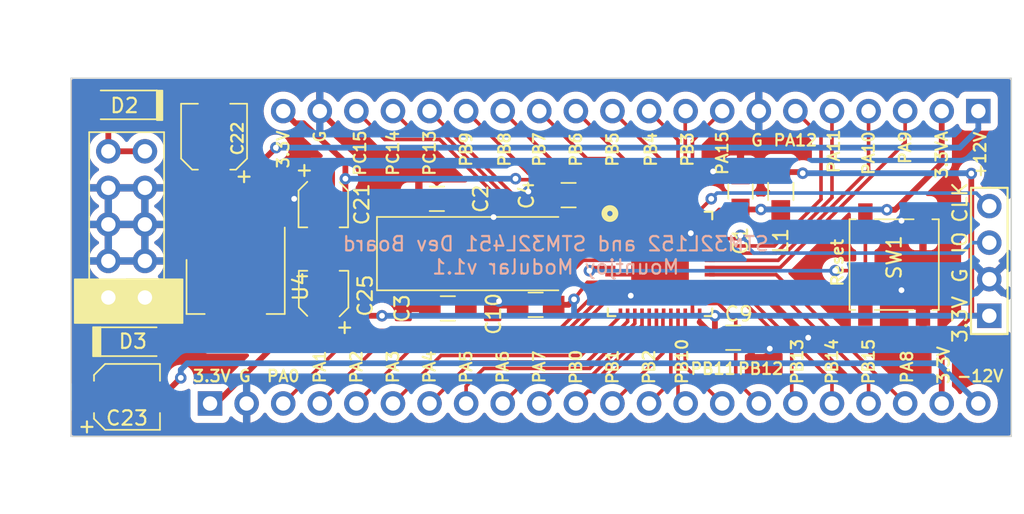
<source format=kicad_pcb>
(kicad_pcb (version 20221018) (generator pcbnew)
  (layers (0 "F.Cu" signal) (31 "B.Cu" signal) (34 "B.Paste" user) (35 "F.Paste" user) (36 "B.SilkS" user "B.Silkscreen") (37 "F.SilkS" user "F.Silkscreen") (38 "B.Mask" user) (39 "F.Mask" user) (44 "Edge.Cuts" user))
  (net 0 "")
  (net 1 "+3.3VA")
  (net 2 "GND")
  (net 3 "Net-(C2-Pad1)")
  (net 4 "Net-(C3-Pad1)")
  (net 5 "+3V3")
  (net 6 "VCC")
  (net 7 "VEE")
  (net 8 "+12V")
  (net 9 "-12V")
  (net 10 "SWCLK")
  (net 11 "SWDIO")
  (net 12 "Reset")
  (net 13 "Net-(U1-Pad44)")
  (net 14 "PC13")
  (net 15 "PC14")
  (net 16 "PC15")
  (net 17 "PB0")
  (net 18 "PB1")
  (net 19 "PB2")
  (net 20 "PB3")
  (net 21 "PB4")
  (net 22 "PB5")
  (net 23 "PB6")
  (net 24 "PB7")
  (net 25 "PB8")
  (net 26 "PB9")
  (net 27 "PB10")
  (net 28 "PB11")
  (net 29 "PB12")
  (net 30 "PB13")
  (net 31 "PB14")
  (net 32 "PB15")
  (net 33 "PA0")
  (net 34 "PA1")
  (net 35 "PA2")
  (net 36 "PA3")
  (net 37 "PA4")
  (net 38 "PA5")
  (net 39 "PA6")
  (net 40 "PA7")
  (net 41 "PA8")
  (net 42 "PA9")
  (net 43 "PA10")
  (net 44 "PA11")
  (net 45 "PA12")
  (net 46 "PA15")
  (net 47 "Net-(U1-Pad1)")
  (footprint "Capacitors_SMD:C_0805_HandSoldering" (layer "F.Cu") (at 189.23 134.62 90)
    (fp_text reference "C1" (at -3.429 0 90) (layer "F.SilkS"))
    (fp_text value "100nF")
    (pad "1" smd rect (at -1.25 0 90) (size 1.5 1.25) (layers "F.Cu" "F.Paste" "F.Mask") (net 1 "+3.3VA"))
    (pad "2" smd rect (at 1.25 0 90) (size 1.5 1.25) (layers "F.Cu" "F.Paste" "F.Mask") (net 2 "GND"))
  )
  (footprint "Capacitors_SMD:C_0805_HandSoldering" (layer "F.Cu") (at 168.148 135.128 180)
    (fp_text reference "C2" (at -3.048 0 90) (layer "F.SilkS"))
    (fp_text value "18pF")
    (pad "1" smd rect (at -1.25 0 180) (size 1.5 1.25) (layers "F.Cu" "F.Paste" "F.Mask") (net 3 "Net-(C2-Pad1)"))
    (pad "2" smd rect (at 1.25 0 180) (size 1.5 1.25) (layers "F.Cu" "F.Paste" "F.Mask") (net 2 "GND"))
  )
  (footprint "Capacitors_SMD:C_0805_HandSoldering" (layer "F.Cu") (at 177.292 134.874 180)
    (fp_text reference "C4" (at 2.921 0 90) (layer "F.SilkS"))
    (fp_text value "100nF")
    (pad "1" smd rect (at -1.25 0 180) (size 1.5 1.25) (layers "F.Cu" "F.Paste" "F.Mask") (net 5 "+3V3"))
    (pad "2" smd rect (at 1.25 0 180) (size 1.5 1.25) (layers "F.Cu" "F.Paste" "F.Mask") (net 2 "GND"))
  )
  (footprint "Capacitors_SMD:C_0805_HandSoldering" (layer "F.Cu") (at 188.722 144.78)
    (fp_text reference "C9" (at 0.381 -1.651) (layer "F.SilkS"))
    (fp_text value "100nF")
    (pad "1" smd rect (at -1.25 0) (size 1.5 1.25) (layers "F.Cu" "F.Paste" "F.Mask") (net 5 "+3V3"))
    (pad "2" smd rect (at 1.25 0) (size 1.5 1.25) (layers "F.Cu" "F.Paste" "F.Mask") (net 2 "GND"))
  )
  (footprint "Capacitors_SMD:C_0805_HandSoldering" (layer "F.Cu") (at 175.006 142.494 180)
    (fp_text reference "C10" (at 2.921 -0.635 90) (layer "F.SilkS"))
    (fp_text value "100nF")
    (pad "1" smd rect (at -1.25 0 180) (size 1.5 1.25) (layers "F.Cu" "F.Paste" "F.Mask") (net 5 "+3V3"))
    (pad "2" smd rect (at 1.25 0 180) (size 1.5 1.25) (layers "F.Cu" "F.Paste" "F.Mask") (net 2 "GND"))
  )
  (footprint "Capacitors_SMD:CP_Elec_3x5.3" (layer "F.Cu") (at 160.274 135.382 -90)
    (fp_text reference "C21" (at 0.127 -2.667 90) (layer "F.SilkS"))
    (fp_text value "10uF")
    (fp_text user "+" (at -2.22 1.4 90) (layer "F.SilkS"))
    (pad "1" smd rect (at -1.5 0 270) (size 2.2 1.6) (layers "F.Cu" "F.Paste" "F.Mask") (net 6 "VCC"))
    (pad "2" smd rect (at 1.5 0 270) (size 2.2 1.6) (layers "F.Cu" "F.Paste" "F.Mask") (net 2 "GND"))
  )
  (footprint "Capacitors_SMD:CP_Elec_3x5.3" (layer "F.Cu") (at 160.274 141.859 90)
    (fp_text reference "C25" (at 0 2.9 90) (layer "F.SilkS"))
    (fp_text value "10uF")
    (fp_text user "+" (at -2.22 1.4 90) (layer "F.SilkS"))
    (pad "1" smd rect (at -1.5 0 90) (size 2.2 1.6) (layers "F.Cu" "F.Paste" "F.Mask") (net 5 "+3V3"))
    (pad "2" smd rect (at 1.5 0 90) (size 2.2 1.6) (layers "F.Cu" "F.Paste" "F.Mask") (net 2 "GND"))
  )
  (footprint "Custom_Footprints:SWD_header" (layer "F.Cu") (at 206.502 143.256 90)
    (fp_text reference "J1" hide)
    (fp_text value "SWD_Header")
    (fp_text user "3.3V" (at -0.254 -2.032 90) (layer "F.SilkS"))
    (fp_text user "G" (at 2.794 -2.032 90) (layer "F.SilkS"))
    (fp_text user "CLK" (at 7.874 -2.032 90) (layer "F.SilkS"))
    (fp_text user "IO" (at 5.08 -2.032 90) (layer "F.SilkS"))
    (pad "1" thru_hole rect (at 0 0 90) (size 1.7 1.7) (drill 1) (layers "*.Cu" "*.Mask") (net 5 "+3V3"))
    (pad "2" thru_hole circle (at 2.54 0 90) (size 1.7 1.7) (drill 1) (layers "*.Cu" "*.Mask") (net 2 "GND"))
    (pad "3" thru_hole circle (at 5.08 0 90) (size 1.7 1.7) (drill 1) (layers "*.Cu" "*.Mask") (net 11 "SWDIO"))
    (pad "4" thru_hole circle (at 7.62 0 90) (size 1.7 1.7) (drill 1) (layers "*.Cu" "*.Mask") (net 10 "SWCLK"))
  )
  (footprint "Buttons_Switches_SMD:SW_SPST_EVPBF" (layer "F.Cu") (at 199.898 139.7 -90)
    (fp_text reference "SW1" (at -0.508 0 90) (layer "F.SilkS"))
    (fp_text value "SW_Push")
    (pad "1" smd rect (at -2.88 -2 270) (size 2.75 1) (layers "F.Cu" "F.Paste" "F.Mask") (net 2 "GND"))
    (pad "1" smd rect (at 2.88 -2 270) (size 2.75 1) (layers "F.Cu" "F.Paste" "F.Mask") (net 2 "GND"))
    (pad "2" smd rect (at -2.88 2 270) (size 2.75 1) (layers "F.Cu" "F.Paste" "F.Mask") (net 12 "Reset"))
    (pad "2" smd rect (at 2.88 2 270) (size 2.75 1) (layers "F.Cu" "F.Paste" "F.Mask") (net 12 "Reset"))
  )
  (footprint "Custom_Footprints:ARM-UQFN-48-7x7mm_Pitch0.5mm" (layer "F.Cu") (at 183.642 139.65175)
    (fp_text reference "U1" hide)
    (fp_text value "STM32L451CCUx")
    (pad "1" smd rect (at -3.45 -2.75) (size 0.7 0.25) (layers "F.Cu" "F.Paste" "F.Mask") (net 47 "Net-(U1-Pad1)"))
    (pad "2" smd rect (at -3.45 -2.25) (size 0.7 0.25) (layers "F.Cu" "F.Paste" "F.Mask") (net 14 "PC13"))
    (pad "3" smd rect (at -3.45 -1.75) (size 0.7 0.25) (layers "F.Cu" "F.Paste" "F.Mask") (net 15 "PC14"))
    (pad "4" smd rect (at -3.45 -1.25) (size 0.7 0.25) (layers "F.Cu" "F.Paste" "F.Mask") (net 16 "PC15"))
    (pad "5" smd rect (at -3.45 -0.75) (size 0.7 0.25) (layers "F.Cu" "F.Paste" "F.Mask") (net 3 "Net-(C2-Pad1)"))
    (pad "6" smd rect (at -3.45 -0.25) (size 0.7 0.25) (layers "F.Cu" "F.Paste" "F.Mask") (net 4 "Net-(C3-Pad1)"))
    (pad "7" smd rect (at -3.45 0.25) (size 0.7 0.25) (layers "F.Cu" "F.Paste" "F.Mask") (net 12 "Reset"))
    (pad "8" smd rect (at -3.45 0.75) (size 0.7 0.25) (layers "F.Cu" "F.Paste" "F.Mask") (net 2 "GND"))
    (pad "9" smd rect (at -3.45 1.25) (size 0.7 0.25) (layers "F.Cu" "F.Paste" "F.Mask") (net 5 "+3V3"))
    (pad "10" smd rect (at -3.45 1.75) (size 0.7 0.25) (layers "F.Cu" "F.Paste" "F.Mask") (net 33 "PA0"))
    (pad "11" smd rect (at -3.45 2.25) (size 0.7 0.25) (layers "F.Cu" "F.Paste" "F.Mask") (net 34 "PA1"))
    (pad "12" smd rect (at -3.45 2.75) (size 0.7 0.25) (layers "F.Cu" "F.Paste" "F.Mask") (net 35 "PA2"))
    (pad "13" smd rect (at -2.75 3.45 90) (size 0.7 0.25) (layers "F.Cu" "F.Paste" "F.Mask") (net 36 "PA3"))
    (pad "14" smd rect (at -2.25 3.45 90) (size 0.7 0.25) (layers "F.Cu" "F.Paste" "F.Mask") (net 37 "PA4"))
    (pad "15" smd rect (at -1.75 3.45 90) (size 0.7 0.25) (layers "F.Cu" "F.Paste" "F.Mask") (net 38 "PA5"))
    (pad "16" smd rect (at -1.25 3.45 90) (size 0.7 0.25) (layers "F.Cu" "F.Paste" "F.Mask") (net 39 "PA6"))
    (pad "17" smd rect (at -0.75 3.45 90) (size 0.7 0.25) (layers "F.Cu" "F.Paste" "F.Mask") (net 40 "PA7"))
    (pad "18" smd rect (at -0.25 3.45 90) (size 0.7 0.25) (layers "F.Cu" "F.Paste" "F.Mask") (net 17 "PB0"))
    (pad "19" smd rect (at 0.25 3.45 90) (size 0.7 0.25) (layers "F.Cu" "F.Paste" "F.Mask") (net 18 "PB1"))
    (pad "20" smd rect (at 0.75 3.45 90) (size 0.7 0.25) (layers "F.Cu" "F.Paste" "F.Mask") (net 19 "PB2"))
    (pad "21" smd rect (at 1.25 3.45 90) (size 0.7 0.25) (layers "F.Cu" "F.Paste" "F.Mask") (net 27 "PB10"))
    (pad "22" smd rect (at 1.75 3.45 90) (size 0.7 0.25) (layers "F.Cu" "F.Paste" "F.Mask") (net 28 "PB11"))
    (pad "23" smd rect (at 2.25 3.45 90) (size 0.7 0.25) (layers "F.Cu" "F.Paste" "F.Mask") (net 2 "GND"))
    (pad "24" smd rect (at 2.75 3.45 90) (size 0.7 0.25) (layers "F.Cu" "F.Paste" "F.Mask") (net 5 "+3V3"))
    (pad "25" smd rect (at 3.45 2.75) (size 0.7 0.25) (layers "F.Cu" "F.Paste" "F.Mask") (net 29 "PB12"))
    (pad "26" smd rect (at 3.45 2.25) (size 0.7 0.25) (layers "F.Cu" "F.Paste" "F.Mask") (net 30 "PB13"))
    (pad "27" smd rect (at 3.45 1.75) (size 0.7 0.25) (layers "F.Cu" "F.Paste" "F.Mask") (net 31 "PB14"))
    (pad "28" smd rect (at 3.45 1.25) (size 0.7 0.25) (layers "F.Cu" "F.Paste" "F.Mask") (net 32 "PB15"))
    (pad "29" smd rect (at 3.45 0.75) (size 0.7 0.25) (layers "F.Cu" "F.Paste" "F.Mask") (net 41 "PA8"))
    (pad "30" smd rect (at 3.45 0.25) (size 0.7 0.25) (layers "F.Cu" "F.Paste" "F.Mask") (net 42 "PA9"))
    (pad "31" smd rect (at 3.45 -0.25) (size 0.7 0.25) (layers "F.Cu" "F.Paste" "F.Mask") (net 43 "PA10"))
    (pad "32" smd rect (at 3.45 -0.75) (size 0.7 0.25) (layers "F.Cu" "F.Paste" "F.Mask") (net 44 "PA11"))
    (pad "33" smd rect (at 3.45 -1.25) (size 0.7 0.25) (layers "F.Cu" "F.Paste" "F.Mask") (net 45 "PA12"))
    (pad "34" smd rect (at 3.45 -1.75) (size 0.7 0.25) (layers "F.Cu" "F.Paste" "F.Mask") (net 11 "SWDIO"))
    (pad "35" smd rect (at 3.45 -2.25) (size 0.7 0.25) (layers "F.Cu" "F.Paste" "F.Mask") (net 2 "GND"))
    (pad "36" smd rect (at 3.45 -2.75) (size 0.7 0.25) (layers "F.Cu" "F.Paste" "F.Mask") (net 1 "+3.3VA"))
    (pad "37" smd rect (at 2.75 -3.45 90) (size 0.7 0.25) (layers "F.Cu" "F.Paste" "F.Mask") (net 10 "SWCLK"))
    (pad "38" smd rect (at 2.25 -3.45 90) (size 0.7 0.25) (layers "F.Cu" "F.Paste" "F.Mask") (net 46 "PA15"))
    (pad "39" smd rect (at 1.75 -3.45 90) (size 0.7 0.25) (layers "F.Cu" "F.Paste" "F.Mask") (net 20 "PB3"))
    (pad "40" smd rect (at 1.25 -3.45 90) (size 0.7 0.25) (layers "F.Cu" "F.Paste" "F.Mask") (net 21 "PB4"))
    (pad "41" smd rect (at 0.75 -3.45 90) (size 0.7 0.25) (layers "F.Cu" "F.Paste" "F.Mask") (net 22 "PB5"))
    (pad "42" smd rect (at 0.25 -3.45 90) (size 0.7 0.25) (layers "F.Cu" "F.Paste" "F.Mask") (net 23 "PB6"))
    (pad "43" smd rect (at -0.25 -3.45 90) (size 0.7 0.25) (layers "F.Cu" "F.Paste" "F.Mask") (net 24 "PB7"))
    (pad "44" smd rect (at -0.75 -3.45 90) (size 0.7 0.25) (layers "F.Cu" "F.Paste" "F.Mask") (net 13 "Net-(U1-Pad44)"))
    (pad "45" smd rect (at -1.25 -3.45 90) (size 0.7 0.25) (layers "F.Cu" "F.Paste" "F.Mask") (net 25 "PB8"))
    (pad "46" smd rect (at -1.75 -3.45 90) (size 0.7 0.25) (layers "F.Cu" "F.Paste" "F.Mask") (net 26 "PB9"))
    (pad "47" smd rect (at -2.25 -3.45 90) (size 0.7 0.25) (layers "F.Cu" "F.Paste" "F.Mask") (net 2 "GND"))
    (pad "48" smd rect (at -2.75 -3.45 90) (size 0.7 0.25) (layers "F.Cu" "F.Paste" "F.Mask") (net 5 "+3V3"))
    (pad "49" smd rect (at 0 0) (size 4 4) (layers "F.Cu" "F.Paste" "F.Mask") (net 2 "GND"))
  )
  (footprint "Pin_Headers:Pin_Header_Straight_1x22_Pitch2.54mm" (layer "F.Cu") (at 152.4 149.352 90)
    (fp_text reference "J3" hide)
    (fp_text value "Conn_01x22_Female")
    (pad "1" thru_hole rect (at 0 0 90) (size 1.7 1.7) (drill 1) (layers "*.Cu" "*.Mask") (net 5 "+3V3"))
    (pad "2" thru_hole oval (at 0 2.54 90) (size 1.7 1.7) (drill 1) (layers "*.Cu" "*.Mask") (net 2 "GND"))
    (pad "3" thru_hole oval (at 0 5.08 90) (size 1.7 1.7) (drill 1) (layers "*.Cu" "*.Mask") (net 33 "PA0"))
    (pad "4" thru_hole oval (at 0 7.62 90) (size 1.7 1.7) (drill 1) (layers "*.Cu" "*.Mask") (net 34 "PA1"))
    (pad "5" thru_hole oval (at 0 10.16 90) (size 1.7 1.7) (drill 1) (layers "*.Cu" "*.Mask") (net 35 "PA2"))
    (pad "6" thru_hole oval (at 0 12.7 90) (size 1.7 1.7) (drill 1) (layers "*.Cu" "*.Mask") (net 36 "PA3"))
    (pad "7" thru_hole oval (at 0 15.24 90) (size 1.7 1.7) (drill 1) (layers "*.Cu" "*.Mask") (net 37 "PA4"))
    (pad "8" thru_hole oval (at 0 17.78 90) (size 1.7 1.7) (drill 1) (layers "*.Cu" "*.Mask") (net 38 "PA5"))
    (pad "9" thru_hole oval (at 0 20.32 90) (size 1.7 1.7) (drill 1) (layers "*.Cu" "*.Mask") (net 39 "PA6"))
    (pad "10" thru_hole oval (at 0 22.86 90) (size 1.7 1.7) (drill 1) (layers "*.Cu" "*.Mask") (net 40 "PA7"))
    (pad "11" thru_hole oval (at 0 25.4 90) (size 1.7 1.7) (drill 1) (layers "*.Cu" "*.Mask") (net 17 "PB0"))
    (pad "12" thru_hole oval (at 0 27.94 90) (size 1.7 1.7) (drill 1) (layers "*.Cu" "*.Mask") (net 18 "PB1"))
    (pad "13" thru_hole oval (at 0 30.48 90) (size 1.7 1.7) (drill 1) (layers "*.Cu" "*.Mask") (net 19 "PB2"))
    (pad "14" thru_hole oval (at 0 33.02 90) (size 1.7 1.7) (drill 1) (layers "*.Cu" "*.Mask") (net 27 "PB10"))
    (pad "15" thru_hole oval (at 0 35.56 90) (size 1.7 1.7) (drill 1) (layers "*.Cu" "*.Mask") (net 28 "PB11"))
    (pad "16" thru_hole oval (at 0 38.1 90) (size 1.7 1.7) (drill 1) (layers "*.Cu" "*.Mask") (net 29 "PB12"))
    (pad "17" thru_hole oval (at 0 40.64 90) (size 1.7 1.7) (drill 1) (layers "*.Cu" "*.Mask") (net 30 "PB13"))
    (pad "18" thru_hole oval (at 0 43.18 90) (size 1.7 1.7) (drill 1) (layers "*.Cu" "*.Mask") (net 31 "PB14"))
    (pad "19" thru_hole oval (at 0 45.72 90) (size 1.7 1.7) (drill 1) (layers "*.Cu" "*.Mask") (net 32 "PB15"))
    (pad "20" thru_hole oval (at 0 48.26 90) (size 1.7 1.7) (drill 1) (layers "*.Cu" "*.Mask") (net 41 "PA8"))
    (pad "21" thru_hole oval (at 0 50.8 90) (size 1.7 1.7) (drill 1) (layers "*.Cu" "*.Mask") (net 5 "+3V3"))
    (pad "22" thru_hole oval (at 0 53.34 90) (size 1.7 1.7) (drill 1) (layers "*.Cu" "*.Mask") (net 7 "VEE"))
  )
  (footprint "Custom_Footprints:Crystal_SMD" (layer "F.Cu") (at 170.688 138.938)
    (fp_text reference "Y1" hide)
    (fp_text value "Crystal")
    (pad "1" smd rect (at -4.25 0) (size 4.5 2) (layers "F.Cu" "F.Paste" "F.Mask") (net 4 "Net-(C3-Pad1)"))
    (pad "2" smd rect (at 4.25 0) (size 4.5 2) (layers "F.Cu" "F.Paste" "F.Mask") (net 3 "Net-(C2-Pad1)"))
  )
  (footprint "Capacitors_SMD:CP_Elec_4x5.8" (layer "F.Cu") (at 146.6342 148.8948)
    (fp_text reference "C23" (at 0 1.4732) (layer "F.SilkS"))
    (fp_text value "22uF")
    (fp_text user "+" (at -2.78 2.01) (layer "F.SilkS"))
    (pad "1" smd rect (at -1.8 0 180) (size 2.6 1.6) (layers "F.Cu" "F.Paste" "F.Mask") (net 2 "GND"))
    (pad "2" smd rect (at 1.8 0 180) (size 2.6 1.6) (layers "F.Cu" "F.Paste" "F.Mask") (net 7 "VEE"))
  )
  (footprint "TO_SOT_Packages_SMD:SOT-223" (layer "F.Cu") (at 154.178 141.224 -90)
    (fp_text reference "U4" (at 0 -4.5 90) (layer "F.SilkS"))
    (fp_text value "LM1117-3.3")
    (pad "1" smd rect (at -3.15 -2.3 270) (size 2 1.5) (layers "F.Cu" "F.Paste" "F.Mask") (net 2 "GND"))
    (pad "2" smd rect (at -3.15 0 270) (size 2 1.5) (layers "F.Cu" "F.Paste" "F.Mask") (net 5 "+3V3"))
    (pad "3" smd rect (at -3.15 2.3 270) (size 2 1.5) (layers "F.Cu" "F.Paste" "F.Mask") (net 6 "VCC"))
    (pad "4" smd rect (at 3.15 0 270) (size 2 3.8) (layers "F.Cu" "F.Paste" "F.Mask"))
  )
  (footprint "Resistors_SMD:R_0805_HandSoldering" (layer "F.Cu") (at 192.024 134.62 90)
    (fp_text reference "L1" (at -3.429 0 90) (layer "F.SilkS"))
    (fp_text value "L")
    (pad "1" smd rect (at -1.35 0 90) (size 1.5 1.3) (layers "F.Cu" "F.Paste" "F.Mask") (net 1 "+3.3VA"))
    (pad "2" smd rect (at 1.35 0 90) (size 1.5 1.3) (layers "F.Cu" "F.Paste" "F.Mask") (net 5 "+3V3"))
  )
  (footprint "Diodes_SMD:D_SOD-123" (layer "F.Cu") (at 147.0406 145.0594)
    (fp_text reference "D3" (at 0 -0.0254) (layer "F.SilkS"))
    (fp_text value "1N5819")
    (pad "1" smd rect (at -1.65 0) (size 0.9 1.2) (layers "F.Cu" "F.Paste" "F.Mask") (net 9 "-12V"))
    (pad "2" smd rect (at 1.65 0) (size 0.9 1.2) (layers "F.Cu" "F.Paste" "F.Mask") (net 7 "VEE"))
  )
  (footprint "Diodes_SMD:D_SOD-123" (layer "F.Cu") (at 146.4564 128.6002 180)
    (fp_text reference "D2" (at 0 -0.0508) (layer "F.SilkS"))
    (fp_text value "1N5819")
    (pad "1" smd rect (at -1.65 0 180) (size 0.9 1.2) (layers "F.Cu" "F.Paste" "F.Mask") (net 6 "VCC"))
    (pad "2" smd rect (at 1.65 0 180) (size 0.9 1.2) (layers "F.Cu" "F.Paste" "F.Mask") (net 8 "+12V"))
  )
  (footprint "Pin_Headers:Pin_Header_Straight_2x05_Pitch2.54mm" (layer "F.Cu") (at 147.8788 141.986 180)
    (fp_text reference "J4" hide)
    (fp_text value "Eurorack_10_pin_power")
    (pad "1" thru_hole rect (at 0 0 180) (size 1.7 1.7) (drill 1) (layers "*.Cu" "*.Mask") (net 9 "-12V"))
    (pad "2" thru_hole oval (at 2.54 0 180) (size 1.7 1.7) (drill 1) (layers "*.Cu" "*.Mask") (net 9 "-12V"))
    (pad "3" thru_hole oval (at 0 2.54 180) (size 1.7 1.7) (drill 1) (layers "*.Cu" "*.Mask") (net 2 "GND"))
    (pad "4" thru_hole oval (at 2.54 2.54 180) (size 1.7 1.7) (drill 1) (layers "*.Cu" "*.Mask") (net 2 "GND"))
    (pad "5" thru_hole oval (at 0 5.08 180) (size 1.7 1.7) (drill 1) (layers "*.Cu" "*.Mask") (net 2 "GND"))
    (pad "6" thru_hole oval (at 2.54 5.08 180) (size 1.7 1.7) (drill 1) (layers "*.Cu" "*.Mask") (net 2 "GND"))
    (pad "7" thru_hole oval (at 0 7.62 180) (size 1.7 1.7) (drill 1) (layers "*.Cu" "*.Mask") (net 2 "GND"))
    (pad "8" thru_hole oval (at 2.54 7.62 180) (size 1.7 1.7) (drill 1) (layers "*.Cu" "*.Mask") (net 2 "GND"))
    (pad "9" thru_hole oval (at 0 10.16 180) (size 1.7 1.7) (drill 1) (layers "*.Cu" "*.Mask") (net 8 "+12V"))
    (pad "10" thru_hole oval (at 2.54 10.16 180) (size 1.7 1.7) (drill 1) (layers "*.Cu" "*.Mask") (net 8 "+12V"))
  )
  (footprint "Capacitors_SMD:CP_Elec_4x5.8" (layer "F.Cu") (at 152.6794 130.81 90)
    (fp_text reference "C22" (at -0.127 1.6256 90) (layer "F.SilkS") (effects (font (size 0.8 0.8))))
    (fp_text value "22uF")
    (fp_text user "+" (at -2.78 2.01 90) (layer "F.SilkS"))
    (pad "1" smd rect (at -1.8 0 270) (size 2.6 1.6) (layers "F.Cu" "F.Paste" "F.Mask") (net 6 "VCC"))
    (pad "2" smd rect (at 1.8 0 270) (size 2.6 1.6) (layers "F.Cu" "F.Paste" "F.Mask") (net 2 "GND"))
  )
  (footprint "Pin_Headers:Pin_Header_Straight_1x20_Pitch2.54mm" (layer "F.Cu") (at 205.74 129.032 -90)
    (fp_text reference "J2" hide)
    (fp_text value "Conn_01x20_Female")
    (pad "1" thru_hole rect (at 0 0 270) (size 1.7 1.7) (drill 1) (layers "*.Cu" "*.Mask") (net 6 "VCC"))
    (pad "2" thru_hole oval (at 0 2.54 270) (size 1.7 1.7) (drill 1) (layers "*.Cu" "*.Mask") (net 1 "+3.3VA"))
    (pad "3" thru_hole oval (at 0 5.08 270) (size 1.7 1.7) (drill 1) (layers "*.Cu" "*.Mask") (net 42 "PA9"))
    (pad "4" thru_hole oval (at 0 7.62 270) (size 1.7 1.7) (drill 1) (layers "*.Cu" "*.Mask") (net 43 "PA10"))
    (pad "5" thru_hole oval (at 0 10.16 270) (size 1.7 1.7) (drill 1) (layers "*.Cu" "*.Mask") (net 44 "PA11"))
    (pad "6" thru_hole oval (at 0 12.7 270) (size 1.7 1.7) (drill 1) (layers "*.Cu" "*.Mask") (net 45 "PA12"))
    (pad "7" thru_hole oval (at 0 15.24 270) (size 1.7 1.7) (drill 1) (layers "*.Cu" "*.Mask") (net 2 "GND"))
    (pad "8" thru_hole oval (at 0 17.78 270) (size 1.7 1.7) (drill 1) (layers "*.Cu" "*.Mask") (net 46 "PA15"))
    (pad "9" thru_hole oval (at 0 20.32 270) (size 1.7 1.7) (drill 1) (layers "*.Cu" "*.Mask") (net 20 "PB3"))
    (pad "10" thru_hole oval (at 0 22.86 270) (size 1.7 1.7) (drill 1) (layers "*.Cu" "*.Mask") (net 21 "PB4"))
    (pad "11" thru_hole oval (at 0 25.4 270) (size 1.7 1.7) (drill 1) (layers "*.Cu" "*.Mask") (net 22 "PB5"))
    (pad "12" thru_hole oval (at 0 27.94 270) (size 1.7 1.7) (drill 1) (layers "*.Cu" "*.Mask") (net 23 "PB6"))
    (pad "13" thru_hole oval (at 0 30.48 270) (size 1.7 1.7) (drill 1) (layers "*.Cu" "*.Mask") (net 24 "PB7"))
    (pad "14" thru_hole oval (at 0 33.02 270) (size 1.7 1.7) (drill 1) (layers "*.Cu" "*.Mask") (net 25 "PB8"))
    (pad "15" thru_hole oval (at 0 35.56 270) (size 1.7 1.7) (drill 1) (layers "*.Cu" "*.Mask") (net 26 "PB9"))
    (pad "16" thru_hole oval (at 0 38.1 270) (size 1.7 1.7) (drill 1) (layers "*.Cu" "*.Mask") (net 14 "PC13"))
    (pad "17" thru_hole oval (at 0 40.64 270) (size 1.7 1.7) (drill 1) (layers "*.Cu" "*.Mask") (net 15 "PC14"))
    (pad "18" thru_hole oval (at 0 43.18 270) (size 1.7 1.7) (drill 1) (layers "*.Cu" "*.Mask") (net 16 "PC15"))
    (pad "19" thru_hole oval (at 0 45.72 270) (size 1.7 1.7) (drill 1) (layers "*.Cu" "*.Mask") (net 2 "GND"))
    (pad "20" thru_hole oval (at 0 48.26 270) (size 1.7 1.7) (drill 1) (layers "*.Cu" "*.Mask") (net 5 "+3V3"))
  )
  (footprint "Capacitors_SMD:C_0805_HandSoldering" (layer "F.Cu") (at 168.91 142.748 180)
    (fp_text reference "C3" (at 3.175 0 90) (layer "F.SilkS"))
    (fp_text value "18pF")
    (pad "1" smd rect (at -1.25 0 180) (size 1.5 1.25) (layers "F.Cu" "F.Paste" "F.Mask") (net 4 "Net-(C3-Pad1)"))
    (pad "2" smd rect (at 1.25 0 180) (size 1.5 1.25) (layers "F.Cu" "F.Paste" "F.Mask") (net 2 "GND"))
  )
  (gr_poly (pts (xy 143.51 140.716) (xy 149.733 140.716) (xy 150.495 140.716) (xy 150.495 143.764) (xy 143.002 143.764) (xy 143.002 140.716)) (stroke (width 0.1)) (fill solid) (layer "F.SilkS"))
  (gr_poly (pts (xy 148.717 127.635) (xy 148.7064 127.6002) (xy 149.098 127.6002) (xy 149.098 129.667) (xy 148.7064 129.667) (xy 148.7064 127.6002)) (stroke (width 0.1)) (fill solid) (layer "F.SilkS"))
  (gr_poly (pts (xy 144.272 144.0434) (xy 144.78 144.0434) (xy 144.78 146.0754) (xy 144.272 146.0754)) (stroke (width 0.1)) (fill solid) (layer "F.SilkS"))
  (gr_line (start 208.026 126.746) (end 208.026 151.638) (stroke (width 0.1)) (layer "Edge.Cuts"))
  (gr_line (start 142.748 126.746) (end 208.026 126.746) (stroke (width 0.1)) (layer "Edge.Cuts"))
  (gr_line (start 208.026 151.638) (end 142.748 151.638) (stroke (width 0.1)) (layer "Edge.Cuts"))
  (gr_line (start 142.748 151.638) (end 142.748 126.746) (stroke (width 0.1)) (layer "Edge.Cuts"))
  (gr_text "STM32L152 and STM32L451 Dev Board\nMountjoy Modular v1.1" (at 176.403 139.065) (layer "B.SilkS") (effects (font (size 1 1)) (justify mirror)))
  (gr_text "G" (at 160.02 130.81 90) (layer "F.SilkS") (effects (font (size 0.8 0.8))))
  (gr_text "PC15" (at 162.814 131.953 90) (layer "F.SilkS") (effects (font (size 0.8 0.8))))
  (gr_text "PC14" (at 165.1 131.953 90) (layer "F.SilkS") (effects (font (size 0.8 0.8))))
  (gr_text "PC13" (at 167.64 131.953 90) (layer "F.SilkS") (effects (font (size 0.8 0.8))))
  (gr_text "PB9" (at 170.18 131.699 90) (layer "F.SilkS") (effects (font (size 0.8 0.8))))
  (gr_text "PB8" (at 172.847 131.699 90) (layer "F.SilkS") (effects (font (size 0.8 0.8))))
  (gr_text "PB7" (at 175.26 131.699 90) (layer "F.SilkS") (effects (font (size 0.8 0.8))))
  (gr_text "PB6" (at 177.8 131.699 90) (layer "F.SilkS") (effects (font (size 0.8 0.8))))
  (gr_text "PB5" (at 180.34 131.699 90) (layer "F.SilkS") (effects (font (size 0.8 0.8))))
  (gr_text "PB4" (at 183.007 131.699 90) (layer "F.SilkS") (effects (font (size 0.8 0.8))))
  (gr_text "PB3" (at 185.547 131.699 90) (layer "F.SilkS") (effects (font (size 0.8 0.8))))
  (gr_text "PA15" (at 187.96 131.953 90) (layer "F.SilkS") (effects (font (size 0.8 0.8))))
  (gr_text "PA12" (at 193.04 131.064) (layer "F.SilkS") (effects (font (size 0.8 0.8))))
  (gr_text "PA11" (at 195.707 131.826 90) (layer "F.SilkS") (effects (font (size 0.8 0.8))))
  (gr_text "PA10" (at 198.12 131.953 90) (layer "F.SilkS") (effects (font (size 0.8 0.8))))
  (gr_text "PA9" (at 200.66 131.572 90) (layer "F.SilkS") (effects (font (size 0.8 0.8))))
  (gr_text "3.3VA" (at 203.2 132.08 90) (layer "F.SilkS") (effects (font (size 0.8 0.8))))
  (gr_text "+12V" (at 205.867 132.08 90) (layer "F.SilkS") (effects (font (size 0.8 0.8))))
  (gr_text "-12V" (at 205.867 147.447) (layer "F.SilkS") (effects (font (size 0.8 0.8))))
  (gr_text "3.3V" (at 203.327 146.685 90) (layer "F.SilkS") (effects (font (size 0.8 0.8))))
  (gr_text "PA8" (at 200.787 146.812 90) (layer "F.SilkS") (effects (font (size 0.8 0.8))))
  (gr_text "PA0" (at 157.48 147.447) (layer "F.SilkS") (effects (font (size 0.8 0.8))))
  (gr_text "3.3V" (at 152.527 147.447) (layer "F.SilkS") (effects (font (size 0.8 0.8))))
  (gr_text "G" (at 154.813 147.447) (layer "F.SilkS") (effects (font (size 0.8 0.8))))
  (gr_text "PA1" (at 160.02 146.812 90) (layer "F.SilkS") (effects (font (size 0.8 0.8))))
  (gr_text "PA2" (at 162.56 146.812 90) (layer "F.SilkS") (effects (font (size 0.8 0.8))))
  (gr_text "PA3" (at 165.1 146.812 90) (layer "F.SilkS") (effects (font (size 0.8 0.8))))
  (gr_text "PA4" (at 167.64 146.812 90) (layer "F.SilkS") (effects (font (size 0.8 0.8))))
  (gr_text "PA5" (at 170.18 146.812 90) (layer "F.SilkS") (effects (font (size 0.8 0.8))))
  (gr_text "PA6" (at 172.72 146.812 90) (layer "F.SilkS") (effects (font (size 0.8 0.8))))
  (gr_text "PA7" (at 175.26 146.812 90) (layer "F.SilkS") (effects (font (size 0.8 0.8))))
  (gr_text "PB0" (at 177.8 146.812 90) (layer "F.SilkS") (effects (font (size 0.8 0.8))))
  (gr_text "PB1" (at 180.34 146.812 90) (layer "F.SilkS") (effects (font (size 0.8 0.8))))
  (gr_text "PB2" (at 182.88 146.812 90) (layer "F.SilkS") (effects (font (size 0.8 0.8))))
  (gr_text "PB10" (at 185.166 146.431 90) (layer "F.SilkS") (effects (font (size 0.8 0.8))))
  (gr_text "PB11" (at 187.325 146.939) (layer "F.SilkS") (effects (font (size 0.8 0.8))))
  (gr_text "PB12" (at 190.627 146.939) (layer "F.SilkS") (effects (font (size 0.8 0.8))))
  (gr_text "PB13" (at 193.167 146.431 90) (layer "F.SilkS") (effects (font (size 0.8 0.8))))
  (gr_text "PB14" (at 195.58 146.431 90) (layer "F.SilkS") (effects (font (size 0.8 0.8))))
  (gr_text "PB15" (at 198.12 146.431 90) (layer "F.SilkS") (effects (font (size 0.8 0.8))))
  (gr_text "Reset" (at 195.961 139.573 90) (layer "F.SilkS") (effects (font (size 0.8 0.8))))
  (gr_text "G" (at 190.373 131.064) (layer "F.SilkS") (effects (font (size 0.8 0.8))))
  (gr_text "3.3V" (at 157.48 131.699 90) (layer "F.SilkS") (effects (font (size 0.8 0.8))))
  (segment (start 187.74875 135.87) (end 189.23 135.87) (width 0.25) (layer "F.Cu") (net 1))
  (segment (start 187.05775 136.886) (end 187.042 136.90175) (width 0.25) (layer "F.Cu") (net 1))
  (segment (start 191.924 135.87) (end 192.024 135.97) (width 0.4) (layer "F.Cu") (net 1))
  (segment (start 187.092 136.52675) (end 187.74875 135.87) (width 0.25) (layer "F.Cu") (net 1))
  (segment (start 187.092 136.90175) (end 187.092 136.52675) (width 0.25) (layer "F.Cu") (net 1))
  (segment (start 189.23 135.87) (end 191.924 135.87) (width 0.4) (layer "F.Cu") (net 1))
  (segment (start 203.2 132.645685) (end 203.2 129.032) (width 0.4) (layer "F.Cu") (net 1))
  (segment (start 199.39 135.89) (end 199.955685 135.89) (width 0.4) (layer "F.Cu") (net 1))
  (segment (start 199.955685 135.89) (end 203.2 132.645685) (width 0.4) (layer "F.Cu") (net 1))
  (via (at 190.647 135.87) (size 0.8) (drill 0.4) (layers "F.Cu" "B.Cu") (net 1))
  (via (at 199.39 135.89) (size 0.8) (drill 0.4) (layers "F.Cu" "B.Cu") (net 1))
  (segment (start 190.647 135.87) (end 199.37 135.87) (width 0.4) (layer "B.Cu") (net 1))
  (segment (start 199.37 135.87) (end 199.39 135.89) (width 0.4) (layer "B.Cu") (net 1))
  (segment (start 185.776875 137.516875) (end 185.142 138.15175) (width 0.25) (layer "F.Cu") (net 2))
  (segment (start 190.734 145.542) (end 189.972 144.78) (width 0.4) (layer "F.Cu") (net 2))
  (segment (start 180.192 140.40175) (end 181.892 140.40175) (width 0.25) (layer "F.Cu") (net 2))
  (segment (start 185.892 137.40175) (end 185.776875 137.516875) (width 0.25) (layer "F.Cu") (net 2))
  (segment (start 181.392 136.20175) (end 181.392 137.40175) (width 0.25) (layer "F.Cu") (net 2))
  (segment (start 181.892 140.40175) (end 182.142 140.15175) (width 0.25) (layer "F.Cu") (net 2))
  (segment (start 185.892 141.90175) (end 185.142 141.15175) (width 0.25) (layer "F.Cu") (net 2))
  (segment (start 187.092 137.40175) (end 185.892 137.40175) (width 0.25) (layer "F.Cu") (net 2))
  (segment (start 191.262 145.542) (end 190.734 145.542) (width 0.4) (layer "F.Cu") (net 2))
  (segment (start 174.01 142.24) (end 172.466 142.24) (width 0.25) (layer "F.Cu") (net 2))
  (segment (start 160.02 129.032) (end 161.29 130.302) (width 0.4) (layer "F.Cu") (net 2))
  (segment (start 185.892 143.10175) (end 185.892 141.90175) (width 0.25) (layer "F.Cu") (net 2))
  (segment (start 181.392 137.40175) (end 182.142 138.15175) (width 0.25) (layer "F.Cu") (net 2))
  (via (at 172.085 136.398) (size 0.8) (drill 0.4) (layers "F.Cu" "B.Cu") (net 2))
  (via (at 187.325 133.223) (size 0.8) (drill 0.4) (layers "F.Cu" "B.Cu") (net 2))
  (via (at 181.61 141.859) (size 0.8) (drill 0.4) (layers "F.Cu" "B.Cu") (net 2))
  (via (at 158.242 135.128) (size 0.8) (drill 0.4) (layers "F.Cu" "B.Cu") (net 2))
  (via (at 193.929 144.78) (size 0.8) (drill 0.4) (layers "F.Cu" "B.Cu") (net 2))
  (via (at 200.406 141.478) (size 0.8) (drill 0.4) (layers "F.Cu" "B.Cu") (net 2))
  (via (at 174.498 134.62) (size 0.8) (drill 0.4) (layers "F.Cu" "B.Cu") (net 2))
  (via (at 172.466 142.24) (size 0.8) (drill 0.4) (layers "F.Cu" "B.Cu") (net 2))
  (via (at 185.776875 137.516875) (size 0.8) (drill 0.4) (layers "F.Cu" "B.Cu") (net 2))
  (via (at 191.262 145.542) (size 0.8) (drill 0.4) (layers "F.Cu" "B.Cu") (net 2))
  (via (at 200.406 136.652) (size 0.8) (drill 0.4) (layers "F.Cu" "B.Cu") (net 2))
  (segment (start 172.333 138.938) (end 174.938 138.938) (width 0.25) (layer "F.Cu") (net 3))
  (segment (start 174.97425 138.90175) (end 174.938 138.938) (width 0.25) (layer "F.Cu") (net 3))
  (segment (start 169.398 135.128) (end 169.398 136.003) (width 0.25) (layer "F.Cu") (net 3))
  (segment (start 169.398 136.003) (end 172.333 138.938) (width 0.25) (layer "F.Cu") (net 3))
  (segment (start 180.242 138.90175) (end 174.97425 138.90175) (width 0.25) (layer "F.Cu") (net 3))
  (segment (start 166.987 138.938) (end 166.438 138.938) (width 0.25) (layer "F.Cu") (net 4))
  (segment (start 180.242 139.40175) (end 178.309252 139.40175) (width 0.25) (layer "F.Cu") (net 4))
  (segment (start 168.938 138.938) (end 166.438 138.938) (width 0.25) (layer "F.Cu") (net 4))
  (segment (start 178.309252 139.40175) (end 176.741002 140.97) (width 0.25) (layer "F.Cu") (net 4))
  (segment (start 170.97 141.063) (end 170.97 140.97) (width 0.25) (layer "F.Cu") (net 4))
  (segment (start 176.741002 140.97) (end 170.97 140.97) (width 0.25) (layer "F.Cu") (net 4))
  (segment (start 170.97 140.97) (end 168.938 138.938) (width 0.25) (layer "F.Cu") (net 4))
  (segment (start 170.16 141.873) (end 170.97 141.063) (width 0.25) (layer "F.Cu") (net 4))
  (segment (start 170.16 142.748) (end 170.16 141.873) (width 0.25) (layer "F.Cu") (net 4))
  (segment (start 186.392 143.05175) (end 186.392 143.7) (width 0.25) (layer "F.Cu") (net 5))
  (segment (start 161.798 132.588) (end 161.798 133.731) (width 0.4) (layer "F.Cu") (net 5))
  (segment (start 178.34301 133.80001) (end 173.67801 133.80001) (width 0.25) (layer "F.Cu") (net 5))
  (segment (start 205.252 143.256) (end 206.502 143.256) (width 0.4) (layer "F.Cu") (net 5))
  (segment (start 152.820002 149.352) (end 158.3676 143.804402) (width 0.4) (layer "F.Cu") (net 5))
  (segment (start 206.502 143.256) (end 205.251999 143.255999) (width 0.4) (layer "F.Cu") (net 5))
  (segment (start 158.063 143.359) (end 158.3676 143.359) (width 0.4) (layer "F.Cu") (net 5))
  (segment (start 161.798 133.731) (end 161.798 143.129) (width 0.4) (layer "F.Cu") (net 5))
  (segment (start 178.598999 140.933001) (end 179.560749 140.933001) (width 0.25) (layer "F.Cu") (net 5))
  (segment (start 158.3676 143.804402) (end 158.3676 143.359) (width 0.4) (layer "F.Cu") (net 5))
  (segment (start 164.338 143.256) (end 161.671 143.256) (width 0.4) (layer "F.Cu") (net 5))
  (segment (start 160.274 142.678) (end 160.274 142.978) (width 0.4) (layer "F.Cu") (net 5))
  (segment (start 179.592 140.90175) (end 180.192 140.90175) (width 0.25) (layer "F.Cu") (net 5))
  (segment (start 178.542 133.999) (end 178.34301 133.80001) (width 0.25) (layer "F.Cu") (net 5))
  (segment (start 154.178 138.074) (end 154.178 139.474) (width 0.4) (layer "F.Cu") (net 5))
  (segment (start 158.3676 143.359) (end 160.274 143.359) (width 0.4) (layer "F.Cu") (net 5))
  (segment (start 186.392 143.7) (end 187.472 144.78) (width 0.4) (layer "F.Cu") (net 5))
  (segment (start 179.78925 134.874) (end 178.542 134.874) (width 0.4) (layer "F.Cu") (net 5))
  (segment (start 178.542 134.874) (end 178.542 133.999) (width 0.25) (layer "F.Cu") (net 5))
  (segment (start 152.4 149.352) (end 152.820002 149.352) (width 0.4) (layer "F.Cu") (net 5))
  (segment (start 176.256 142.494) (end 177.292 142.494) (width 0.4) (layer "F.Cu") (net 5))
  (segment (start 187.452 144.76) (end 187.472 144.78) (width 0.4) (layer "F.Cu") (net 5))
  (segment (start 177.292 142.494) (end 177.673 142.113) (width 0.4) (layer "F.Cu") (net 5))
  (segment (start 158.329999 129.881999) (end 157.48 129.032) (width 0.4) (layer "F.Cu") (net 5))
  (segment (start 160.377 143.256) (end 160.274 143.359) (width 0.4) (layer "F.Cu") (net 5))
  (segment (start 179.560749 140.933001) (end 179.592 140.90175) (width 0.25) (layer "F.Cu") (net 5))
  (segment (start 154.178 139.474) (end 158.063 143.359) (width 0.4) (layer "F.Cu") (net 5))
  (segment (start 203.2 149.352) (end 203.2 145.308) (width 0.4) (layer "F.Cu") (net 5))
  (segment (start 203.2 145.308) (end 205.252 143.256) (width 0.4) (layer "F.Cu") (net 5))
  (segment (start 180.892 136.20175) (end 180.892 135.97675) (width 0.25) (layer "F.Cu") (net 5))
  (segment (start 176.51 142.748) (end 176.385 142.748) (width 0.25) (layer "F.Cu") (net 5))
  (segment (start 180.892 135.97675) (end 179.78925 134.874) (width 0.25) (layer "F.Cu") (net 5))
  (segment (start 193.468 133.27) (end 193.548 133.35) (width 0.4) (layer "F.Cu") (net 5))
  (segment (start 205.251999 143.255999) (end 205.251999 133.369999) (width 0.4) (layer "F.Cu") (net 5))
  (segment (start 187.452 143.256) (end 187.452 144.76) (width 0.4) (layer "F.Cu") (net 5))
  (segment (start 161.798 143.129) (end 161.671 143.256) (width 0.4) (layer "F.Cu") (net 5))
  (segment (start 158.894001 129.881999) (end 158.329999 129.881999) (width 0.4) (layer "F.Cu") (net 5))
  (segment (start 161.671 143.256) (end 160.377 143.256) (width 0.4) (layer "F.Cu") (net 5))
  (segment (start 177.673 142.113) (end 178.598999 140.933001) (width 0.25) (layer "F.Cu") (net 5))
  (segment (start 192.024 133.27) (end 193.468 133.27) (width 0.4) (layer "F.Cu") (net 5))
  (segment (start 161.798 132.588) (end 158.894001 129.881999) (width 0.4) (layer "F.Cu") (net 5))
  (via (at 173.609 133.731) (size 0.8) (drill 0.4) (layers "F.Cu" "B.Cu") (net 5))
  (via (at 161.798 133.731) (size 0.8) (drill 0.4) (layers "F.Cu" "B.Cu") (net 5))
  (via (at 164.338 143.256) (size 0.8) (drill 0.4) (layers "F.Cu" "B.Cu") (net 5))
  (via (at 177.673 142.113) (size 0.8) (drill 0.4) (layers "F.Cu" "B.Cu") (net 5))
  (via (at 193.548 133.35) (size 0.8) (drill 0.4) (layers "F.Cu" "B.Cu") (net 5))
  (via (at 187.452 143.256) (size 0.8) (drill 0.4) (layers "F.Cu" "B.Cu") (net 5))
  (via (at 205.251999 133.369999) (size 0.8) (drill 0.4) (layers "F.Cu" "B.Cu") (net 5))
  (segment (start 187.452 143.256) (end 206.502 143.256) (width 0.4) (layer "B.Cu") (net 5))
  (segment (start 177.673 142.113) (end 177.673 143.256) (width 0.4) (layer "B.Cu") (net 5))
  (segment (start 205.232 133.35) (end 205.251999 133.369999) (width 0.4) (layer "B.Cu") (net 5))
  (segment (start 164.338 143.256) (end 177.673 143.256) (width 0.4) (layer "B.Cu") (net 5))
  (segment (start 193.548 133.35) (end 205.232 133.35) (width 0.4) (layer "B.Cu") (net 5))
  (segment (start 173.609 133.731) (end 161.798 133.731) (width 0.4) (layer "B.Cu") (net 5))
  (segment (start 177.8 143.256) (end 187.452 143.256) (width 0.4) (layer "B.Cu") (net 5))
  (segment (start 151.9662 132.61) (end 152.6794 132.61) (width 0.4) (layer "F.Cu") (net 6))
  (segment (start 155.934 132.61) (end 156.972 131.572) (width 0.4) (layer "F.Cu") (net 6))
  (segment (start 160.274 133.882) (end 153.9514 133.882) (width 0.4) (layer "F.Cu") (net 6))
  (segment (start 151.878 133.4114) (end 152.6794 132.61) (width 0.4) (layer "F.Cu") (net 6))
  (segment (start 152.6794 132.61) (end 155.934 132.61) (width 0.4) (layer "F.Cu") (net 6))
  (segment (start 151.878 138.074) (end 151.878 133.4114) (width 0.4) (layer "F.Cu") (net 6))
  (segment (start 148.1064 128.6002) (end 148.1064 128.7502) (width 0.4) (layer "F.Cu") (net 6))
  (segment (start 148.1064 128.7502) (end 151.9662 132.61) (width 0.4) (layer "F.Cu") (net 6))
  (segment (start 153.9514 133.882) (end 152.6794 132.61) (width 0.4) (layer "F.Cu") (net 6))
  (via (at 156.972 131.572) (size 0.8) (drill 0.4) (layers "F.Cu" "B.Cu") (net 6))
  (segment (start 156.972 131.572) (end 204.45 131.572) (width 0.4) (layer "B.Cu") (net 6))
  (segment (start 204.45 131.572) (end 205.74 130.282) (width 0.4) (layer "B.Cu") (net 6))
  (segment (start 205.74 130.282) (end 205.74 129.032) (width 0.4) (layer "B.Cu") (net 6))
  (segment (start 148.4342 148.8948) (end 149.0472 148.8948) (width 0.4) (layer "F.Cu") (net 7))
  (segment (start 148.6906 145.0594) (end 148.6906 148.6384) (width 0.4) (layer "F.Cu") (net 7))
  (segment (start 148.6906 148.6384) (end 148.4342 148.8948) (width 0.4) (layer "F.Cu") (net 7))
  (segment (start 149.0472 148.8948) (end 150.368 147.574) (width 0.4) (layer "F.Cu") (net 7))
  (via (at 150.368 147.574) (size 0.8) (drill 0.4) (layers "F.Cu" "B.Cu") (net 7))
  (segment (start 202.946 146.558) (end 205.74 149.352) (width 0.4) (layer "B.Cu") (net 7))
  (segment (start 150.368 147.008315) (end 150.818315 146.558) (width 0.4) (layer "B.Cu") (net 7))
  (segment (start 150.818315 146.558) (end 202.946 146.558) (width 0.4) (layer "B.Cu") (net 7))
  (segment (start 150.368 147.574) (end 150.368 147.008315) (width 0.4) (layer "B.Cu") (net 7))
  (segment (start 145.3388 129.1326) (end 144.8064 128.6002) (width 0.4) (layer "F.Cu") (net 8))
  (segment (start 145.3388 131.826) (end 147.8788 131.826) (width 0.4) (layer "F.Cu") (net 8))
  (segment (start 145.3388 131.826) (end 145.3388 129.1326) (width 0.4) (layer "F.Cu") (net 8))
  (segment (start 145.3388 141.986) (end 145.3388 145.0076) (width 0.4) (layer "F.Cu") (net 9))
  (segment (start 145.3388 141.986) (end 147.8788 141.986) (width 0.4) (layer "F.Cu") (net 9))
  (segment (start 145.3388 145.0076) (end 145.3906 145.0594) (width 0.4) (layer "F.Cu") (net 9))
  (segment (start 186.392 136.20175) (end 186.392 135.934) (width 0.25) (layer "F.Cu") (net 10))
  (segment (start 186.392 135.934) (end 187.198 135.128) (width 0.25) (layer "F.Cu") (net 10))
  (via (at 187.198 135.128) (size 0.8) (drill 0.4) (layers "F.Cu" "B.Cu") (net 10))
  (segment (start 187.597999 134.728001) (end 205.594001 134.728001) (width 0.25) (layer "B.Cu") (net 10))
  (segment (start 187.198 135.128) (end 187.597999 134.728001) (width 0.25) (layer "B.Cu") (net 10))
  (segment (start 205.594001 134.728001) (end 206.502 135.636) (width 0.25) (layer "B.Cu") (net 10))
  (segment (start 188.99625 137.90175) (end 189.23 137.668) (width 0.25) (layer "F.Cu") (net 11))
  (segment (start 187.092 137.90175) (end 188.99625 137.90175) (width 0.25) (layer "F.Cu") (net 11))
  (via (at 189.23 137.668) (size 0.8) (drill 0.4) (layers "F.Cu" "B.Cu") (net 11))
  (segment (start 189.774999 138.524001) (end 190.151999 138.901001) (width 0.25) (layer "B.Cu") (net 11))
  (segment (start 205.299919 138.176) (end 206.502 138.176) (width 0.25) (layer "B.Cu") (net 11))
  (segment (start 189.23 137.668) (end 189.774999 138.212999) (width 0.25) (layer "B.Cu") (net 11))
  (segment (start 190.151999 138.901001) (end 204.574918 138.901001) (width 0.25) (layer "B.Cu") (net 11))
  (segment (start 204.574918 138.901001) (end 205.299919 138.176) (width 0.25) (layer "B.Cu") (net 11))
  (segment (start 189.774999 138.212999) (end 189.774999 138.524001) (width 0.25) (layer "B.Cu") (net 11))
  (segment (start 178.9648 139.90175) (end 178.7398 140.12675) (width 0.25) (layer "F.Cu") (net 12))
  (segment (start 180.192 139.90175) (end 178.9648 139.90175) (width 0.25) (layer "F.Cu") (net 12))
  (segment (start 197.898 140.113) (end 197.898 142.58) (width 0.25) (layer "F.Cu") (net 12))
  (segment (start 197.898 136.82) (end 197.898 140.113) (width 0.25) (layer "F.Cu") (net 12))
  (segment (start 197.8919 140.1191) (end 197.898 140.113) (width 0.25) (layer "F.Cu") (net 12))
  (segment (start 195.7959 140.1191) (end 197.8919 140.1191) (width 0.25) (layer "F.Cu") (net 12))
  (via (at 195.7959 140.1191) (size 0.8) (drill 0.4) (layers "F.Cu" "B.Cu") (net 12))
  (via (at 178.7398 140.12675) (size 0.8) (drill 0.4) (layers "F.Cu" "B.Cu") (net 12))
  (segment (start 178.7398 140.12675) (end 195.78825 140.12675) (width 0.25) (layer "B.Cu") (net 12))
  (segment (start 195.78825 140.12675) (end 195.7959 140.1191) (width 0.25) (layer "B.Cu") (net 12))
  (segment (start 180.242 137.40175) (end 179.27841 137.40175) (width 0.25) (layer "F.Cu") (net 14))
  (segment (start 174.686001 136.078001) (end 167.64 129.032) (width 0.25) (layer "F.Cu") (net 14))
  (segment (start 179.27841 137.40175) (end 177.954661 136.078001) (width 0.25) (layer "F.Cu") (net 14))
  (segment (start 177.954661 136.078001) (end 174.686001 136.078001) (width 0.25) (layer "F.Cu") (net 14))
  (segment (start 179.142 137.90175) (end 177.768261 136.528011) (width 0.25) (layer "F.Cu") (net 15))
  (segment (start 168.52759 130.556) (end 166.624 130.556) (width 0.25) (layer "F.Cu") (net 15))
  (segment (start 166.624 130.556) (end 165.1 129.032) (width 0.25) (layer "F.Cu") (net 15))
  (segment (start 177.768261 136.528011) (end 174.4996 136.52801) (width 0.25) (layer "F.Cu") (net 15))
  (segment (start 180.242 137.90175) (end 179.142 137.90175) (width 0.25) (layer "F.Cu") (net 15))
  (segment (start 174.4996 136.52801) (end 168.52759 130.556) (width 0.25) (layer "F.Cu") (net 15))
  (segment (start 180.242 138.40175) (end 178.27975 138.40175) (width 0.25) (layer "F.Cu") (net 16))
  (segment (start 174.3132 136.97802) (end 168.34119 131.00601) (width 0.25) (layer "F.Cu") (net 16))
  (segment (start 176.85602 136.97802) (end 174.3132 136.97802) (width 0.25) (layer "F.Cu") (net 16))
  (segment (start 178.27975 138.40175) (end 176.85602 136.97802) (width 0.25) (layer "F.Cu") (net 16))
  (segment (start 168.34119 131.00601) (end 164.53401 131.00601) (width 0.25) (layer "F.Cu") (net 16))
  (segment (start 164.53401 131.00601) (end 162.56 129.032) (width 0.25) (layer "F.Cu") (net 16))
  (segment (start 177.8 149.352) (end 178.649999 148.502001) (width 0.25) (layer "F.Cu") (net 17))
  (segment (start 179.087389 148.502001) (end 183.392 144.19739) (width 0.25) (layer "F.Cu") (net 17))
  (segment (start 183.392 144.19739) (end 183.392 143.05175) (width 0.25) (layer "F.Cu") (net 17))
  (segment (start 178.649999 148.502001) (end 179.087389 148.502001) (width 0.25) (layer "F.Cu") (net 17))
  (segment (start 183.892 143.05175) (end 183.892 143.26) (width 0.25) (layer "F.Cu") (net 18))
  (segment (start 183.84201 143.30999) (end 183.84201 145.84999) (width 0.25) (layer "F.Cu") (net 18))
  (segment (start 183.892 143.26) (end 183.84201 143.30999) (width 0.25) (layer "F.Cu") (net 18))
  (segment (start 183.84201 145.84999) (end 180.34 149.352) (width 0.25) (layer "F.Cu") (net 18))
  (segment (start 184.392 147.84) (end 182.88 149.352) (width 0.25) (layer "F.Cu") (net 19))
  (segment (start 184.392 143.05175) (end 184.392 147.84) (width 0.25) (layer "F.Cu") (net 19))
  (segment (start 185.392 136.25175) (end 185.392 129.06) (width 0.25) (layer "F.Cu") (net 20))
  (segment (start 185.392 129.06) (end 185.42 129.032) (width 0.25) (layer "F.Cu") (net 20))
  (segment (start 184.892 131.044) (end 182.88 129.032) (width 0.25) (layer "F.Cu") (net 21))
  (segment (start 184.892 136.25175) (end 184.892 131.044) (width 0.25) (layer "F.Cu") (net 21))
  (segment (start 184.392 136.25175) (end 184.392 135.65175) (width 0.25) (layer "F.Cu") (net 22))
  (segment (start 184.392 135.65175) (end 184.34201 135.60176) (width 0.25) (layer "F.Cu") (net 22))
  (segment (start 184.34201 133.03401) (end 180.34 129.032) (width 0.25) (layer "F.Cu") (net 22))
  (segment (start 184.34201 135.60176) (end 184.34201 133.03401) (width 0.25) (layer "F.Cu") (net 22))
  (segment (start 183.892 136.25175) (end 183.892 135.124) (width 0.25) (layer "F.Cu") (net 23))
  (segment (start 183.892 135.124) (end 177.8 129.032) (width 0.25) (layer "F.Cu") (net 23))
  (segment (start 183.392 135.65175) (end 180.07425 132.334) (width 0.25) (layer "F.Cu") (net 24))
  (segment (start 178.562 132.334) (end 175.26 129.032) (width 0.25) (layer "F.Cu") (net 24))
  (segment (start 180.07425 132.334) (end 178.562 132.334) (width 0.25) (layer "F.Cu") (net 24))
  (segment (start 183.392 136.25175) (end 183.392 135.65175) (width 0.25) (layer "F.Cu") (net 24))
  (segment (start 182.392 136.25175) (end 182.392 135.51534) (width 0.25) (layer "F.Cu") (net 25))
  (segment (start 176.53 132.842) (end 172.72 129.032) (width 0.25) (layer "F.Cu") (net 25))
  (segment (start 179.71866 132.842) (end 176.53 132.842) (width 0.25) (layer "F.Cu") (net 25))
  (segment (start 182.392 135.51534) (end 179.71866 132.842) (width 0.25) (layer "F.Cu") (net 25))
  (segment (start 181.892 136.25175) (end 181.892 135.65175) (width 0.25) (layer "F.Cu") (net 26))
  (segment (start 174.498 133.35) (end 170.18 129.032) (width 0.25) (layer "F.Cu") (net 26))
  (segment (start 179.59025 133.35) (end 174.498 133.35) (width 0.25) (layer "F.Cu") (net 26))
  (segment (start 181.892 135.65175) (end 179.59025 133.35) (width 0.25) (layer "F.Cu") (net 26))
  (segment (start 184.892 143.05175) (end 184.892 148.824) (width 0.25) (layer "F.Cu") (net 27))
  (segment (start 184.892 148.824) (end 185.42 149.352) (width 0.25) (layer "F.Cu") (net 27))
  (segment (start 185.392 146.784) (end 187.96 149.352) (width 0.25) (layer "F.Cu") (net 28))
  (segment (start 185.392 143.05175) (end 185.392 146.784) (width 0.25) (layer "F.Cu") (net 28))
  (segment (start 188.896999 147.748999) (end 190.5 149.352) (width 0.25) (layer "F.Cu") (net 29))
  (segment (start 188.896999 143.606749) (end 188.896999 147.748999) (width 0.25) (layer "F.Cu") (net 29))
  (segment (start 187.692 142.40175) (end 188.896999 143.606749) (width 0.25) (layer "F.Cu") (net 29))
  (segment (start 187.092 142.40175) (end 187.692 142.40175) (width 0.25) (layer "F.Cu") (net 29))
  (segment (start 192.786 149.098) (end 193.04 149.352) (width 0.25) (layer "F.Cu") (net 30))
  (segment (start 192.786 145.633998) (end 192.786 149.098) (width 0.25) (layer "F.Cu") (net 30))
  (segment (start 189.053752 141.90175) (end 192.786 145.633998) (width 0.25) (layer "F.Cu") (net 30))
  (segment (start 187.092 141.90175) (end 189.053752 141.90175) (width 0.25) (layer "F.Cu") (net 30))
  (segment (start 189.190162 141.40175) (end 195.58 147.791588) (width 0.25) (layer "F.Cu") (net 31))
  (segment (start 187.092 141.40175) (end 189.190162 141.40175) (width 0.25) (layer "F.Cu") (net 31))
  (segment (start 195.58 147.791588) (end 195.58 149.352) (width 0.25) (layer "F.Cu") (net 31))
  (segment (start 198.12 147.833588) (end 198.12 149.352) (width 0.25) (layer "F.Cu") (net 32))
  (segment (start 191.188162 140.90175) (end 198.12 147.833588) (width 0.25) (layer "F.Cu") (net 32))
  (segment (start 187.092 140.90175) (end 191.188162 140.90175) (width 0.25) (layer "F.Cu") (net 32))
  (segment (start 176.58534 144.272) (end 162.56 144.272) (width 0.25) (layer "F.Cu") (net 33))
  (segment (start 162.56 144.272) (end 157.48 149.352) (width 0.25) (layer "F.Cu") (net 33))
  (segment (start 180.192 141.40175) (end 179.45559 141.40175) (width 0.25) (layer "F.Cu") (net 33))
  (segment (start 179.45559 141.40175) (end 176.58534 144.272) (width 0.25) (layer "F.Cu") (net 33))
  (segment (start 179.592 141.90175) (end 176.77174 144.72201) (width 0.25) (layer "F.Cu") (net 34))
  (segment (start 176.77174 144.72201) (end 164.64999 144.72201) (width 0.25) (layer "F.Cu") (net 34))
  (segment (start 164.64999 144.72201) (end 160.02 149.352) (width 0.25) (layer "F.Cu") (net 34))
  (segment (start 180.192 141.90175) (end 179.592 141.90175) (width 0.25) (layer "F.Cu") (net 34))
  (segment (start 179.72841 142.40175) (end 176.563169 145.566991) (width 0.25) (layer "F.Cu") (net 35))
  (segment (start 176.563169 145.566991) (end 166.345009 145.566991) (width 0.25) (layer "F.Cu") (net 35))
  (segment (start 180.192 142.40175) (end 179.72841 142.40175) (width 0.25) (layer "F.Cu") (net 35))
  (segment (start 166.345009 145.566991) (end 162.56 149.352) (width 0.25) (layer "F.Cu") (net 35))
  (segment (start 168.434999 146.017001) (end 165.1 149.352) (width 0.25) (layer "F.Cu") (net 36))
  (segment (start 180.892 143.27675) (end 178.151749 146.017001) (width 0.25) (layer "F.Cu") (net 36))
  (segment (start 180.892 143.05175) (end 180.892 143.27675) (width 0.25) (layer "F.Cu") (net 36))
  (segment (start 178.151749 146.017001) (end 168.434999 146.017001) (width 0.25) (layer "F.Cu") (net 36))
  (segment (start 178.576739 146.467011) (end 181.392 143.65175) (width 0.25) (layer "F.Cu") (net 37))
  (segment (start 170.524989 146.467011) (end 178.576739 146.467011) (width 0.25) (layer "F.Cu") (net 37))
  (segment (start 181.392 143.65175) (end 181.392 143.05175) (width 0.25) (layer "F.Cu") (net 37))
  (segment (start 167.64 149.352) (end 170.524989 146.467011) (width 0.25) (layer "F.Cu") (net 37))
  (segment (start 170.18 148.149919) (end 171.412898 146.917021) (width 0.25) (layer "F.Cu") (net 38))
  (segment (start 178.76314 146.91702) (end 181.892 143.78816) (width 0.25) (layer "F.Cu") (net 38))
  (segment (start 170.18 149.352) (end 170.18 148.149919) (width 0.25) (layer "F.Cu") (net 38))
  (segment (start 171.412898 146.917021) (end 178.76314 146.91702) (width 0.25) (layer "F.Cu") (net 38))
  (segment (start 181.892 143.78816) (end 181.892 143.05175) (width 0.25) (layer "F.Cu") (net 38))
  (segment (start 182.392 143.92457) (end 182.392 143.05175) (width 0.25) (layer "F.Cu") (net 39))
  (segment (start 172.72 149.352) (end 174.704971 147.367029) (width 0.25) (layer "F.Cu") (net 39))
  (segment (start 174.704971 147.367029) (end 178.949541 147.367029) (width 0.25) (layer "F.Cu") (net 39))
  (segment (start 178.949541 147.367029) (end 182.392 143.92457) (width 0.25) (layer "F.Cu") (net 39))
  (segment (start 182.892 144.06098) (end 182.892 143.05175) (width 0.25) (layer "F.Cu") (net 40))
  (segment (start 175.26 149.352) (end 176.794961 147.817039) (width 0.25) (layer "F.Cu") (net 40))
  (segment (start 179.135942 147.817038) (end 182.892 144.06098) (width 0.25) (layer "F.Cu") (net 40))
  (segment (start 176.794961 147.817039) (end 179.135942 147.817038) (width 0.25) (layer "F.Cu") (net 40))
  (segment (start 191.70975 140.40175) (end 200.66 149.352) (width 0.25) (layer "F.Cu") (net 41))
  (segment (start 187.092 140.40175) (end 191.70975 140.40175) (width 0.25) (layer "F.Cu") (net 41))
  (segment (start 191.986482 139.90175) (end 200.66 131.228232) (width 0.25) (layer "F.Cu") (net 42))
  (segment (start 187.092 139.90175) (end 191.986482 139.90175) (width 0.25) (layer "F.Cu") (net 42))
  (segment (start 200.66 131.228232) (end 200.66 129.032) (width 0.25) (layer "F.Cu") (net 42))
  (segment (start 198.12 133.131822) (end 198.12 129.032) (width 0.25) (layer "F.Cu") (net 43))
  (segment (start 187.092 139.40175) (end 191.850072 139.40175) (width 0.25) (layer "F.Cu") (net 43))
  (segment (start 191.850072 139.40175) (end 198.12 133.131822) (width 0.25) (layer "F.Cu") (net 43))
  (segment (start 195.58 135.035412) (end 195.58 129.032) (width 0.25) (layer "F.Cu") (net 44))
  (segment (start 191.713662 138.90175) (end 195.58 135.035412) (width 0.25) (layer "F.Cu") (net 44))
  (segment (start 187.092 138.90175) (end 191.713662 138.90175) (width 0.25) (layer "F.Cu") (net 44))
  (segment (start 194.818 135.161002) (end 194.818 130.81) (width 0.25) (layer "F.Cu") (net 45))
  (segment (start 194.818 130.81) (end 193.04 129.032) (width 0.25) (layer "F.Cu") (net 45))
  (segment (start 191.577252 138.40175) (end 194.818 135.161002) (width 0.25) (layer "F.Cu") (net 45))
  (segment (start 187.092 138.40175) (end 191.577252 138.40175) (width 0.25) (layer "F.Cu") (net 45))
  (segment (start 185.892 131.1) (end 187.96 129.032) (width 0.25) (layer "F.Cu") (net 46))
  (segment (start 185.892 136.25175) (end 185.892 131.1) (width 0.25) (layer "F.Cu") (net 46))
  (zone (net 2) (net_name "GND") (layer "F.Cu") (connect_pads (clearance 0.508)) (min_thickness 0.254) (fill yes (thermal_gap 0.508) (thermal_bridge_width 0.508))
    (polygon (pts (xy 142.748 126.746) (xy 208.026 126.746) (xy 208.026 151.638) (xy 142.748 151.638)))
  )
  (zone (net 2) (net_name "GND") (layer "B.Cu") (connect_pads (clearance 0.508)) (min_thickness 0.254) (fill yes (thermal_gap 0.508) (thermal_bridge_width 0.508))
    (polygon (pts (xy 142.748 126.746) (xy 208.026 126.746) (xy 208.026 151.638) (xy 142.748 151.638)))
  )
)
</source>
